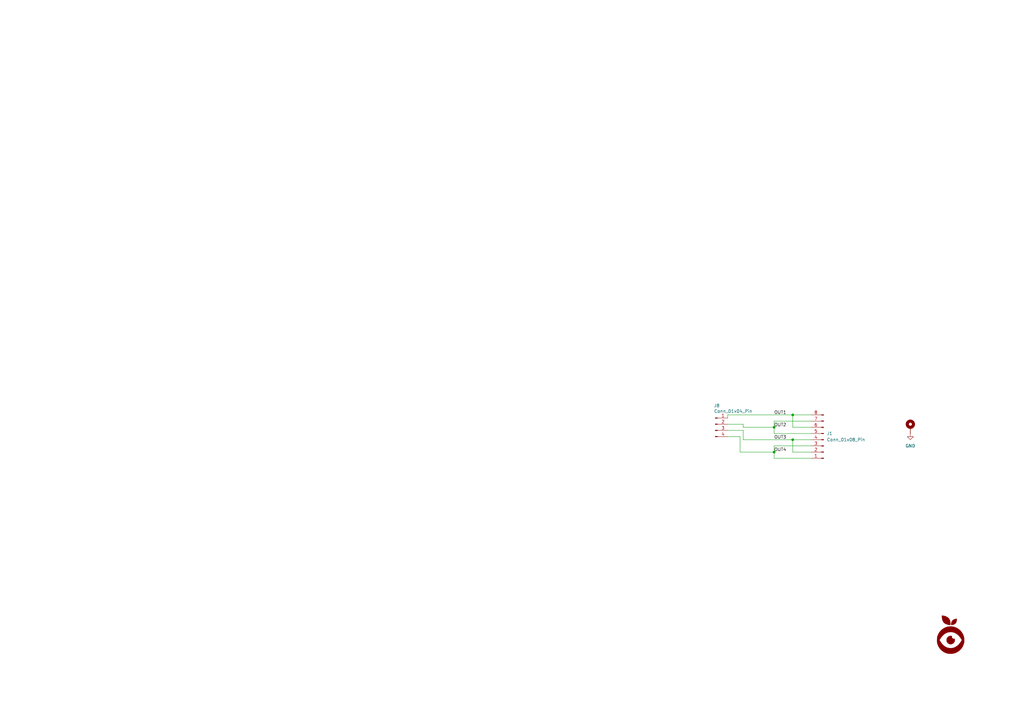
<source format=kicad_sch>
(kicad_sch (version 20231120) (generator "eeschema") (generator_version "8.0")
  (paper "A3")
  (title_block (title "RipeTap") (date "2024-07-25") (rev "V4.0.0") (company "Experience Food Quality"))
  (lib_symbols
    (symbol "Connector:Conn_01x04_Pin" (pin_names (offset 1.016) hide)
      (property "Reference" "J" (at 0 5.08 0))
      (property "Value" "Conn_01x04_Pin" (at 0 -7.62 0))
      (symbol "Conn_01x04_Pin_1_1"
        (polyline (pts (xy 1.27 -5.08) (xy 0.8636 -5.08)) (stroke (width 0.1524)))
        (polyline (pts (xy 1.27 -2.54) (xy 0.8636 -2.54)) (stroke (width 0.1524)))
        (polyline (pts (xy 1.27 0) (xy 0.8636 0)) (stroke (width 0.1524)))
        (polyline (pts (xy 1.27 2.54) (xy 0.8636 2.54)) (stroke (width 0.1524)))
        (rectangle (start 0.8636 -4.953) (end 0 -5.207) (stroke (width 0.1524)) (fill (type outline)))
        (rectangle (start 0.8636 -2.413) (end 0 -2.667) (stroke (width 0.1524)) (fill (type outline)))
        (rectangle (start 0.8636 0.127) (end 0 -0.127) (stroke (width 0.1524)) (fill (type outline)))
        (rectangle (start 0.8636 2.667) (end 0 2.413) (stroke (width 0.1524)) (fill (type outline)))
        (pin passive line (at 5.08 2.54 180) (length 3.81) (name "Pin_1") (number "1"))
        (pin passive line (at 5.08 0 180) (length 3.81) (name "Pin_2") (number "2"))
        (pin passive line (at 5.08 -2.54 180) (length 3.81) (name "Pin_3") (number "3"))
        (pin passive line (at 5.08 -5.08 180) (length 3.81) (name "Pin_4") (number "4"))
      )
    )
    (symbol "Connector:Conn_01x08_Pin" (pin_names (offset 1.016) hide)
      (property "Reference" "J" (at 0 10.16 0))
      (property "Value" "Conn_01x08_Pin" (at 0 -12.7 0))
      (symbol "Conn_01x08_Pin_1_1"
        (polyline (pts (xy 1.27 -10.16) (xy 0.8636 -10.16)) (stroke (width 0.1524)))
        (polyline (pts (xy 1.27 -7.62) (xy 0.8636 -7.62)) (stroke (width 0.1524)))
        (polyline (pts (xy 1.27 -5.08) (xy 0.8636 -5.08)) (stroke (width 0.1524)))
        (polyline (pts (xy 1.27 -2.54) (xy 0.8636 -2.54)) (stroke (width 0.1524)))
        (polyline (pts (xy 1.27 0) (xy 0.8636 0)) (stroke (width 0.1524)))
        (polyline (pts (xy 1.27 2.54) (xy 0.8636 2.54)) (stroke (width 0.1524)))
        (polyline (pts (xy 1.27 5.08) (xy 0.8636 5.08)) (stroke (width 0.1524)))
        (polyline (pts (xy 1.27 7.62) (xy 0.8636 7.62)) (stroke (width 0.1524)))
        (rectangle (start 0.8636 -10.033) (end 0 -10.287) (stroke (width 0.1524)) (fill (type outline)))
        (rectangle (start 0.8636 -7.493) (end 0 -7.747) (stroke (width 0.1524)) (fill (type outline)))
        (rectangle (start 0.8636 -4.953) (end 0 -5.207) (stroke (width 0.1524)) (fill (type outline)))
        (rectangle (start 0.8636 -2.413) (end 0 -2.667) (stroke (width 0.1524)) (fill (type outline)))
        (rectangle (start 0.8636 0.127) (end 0 -0.127) (stroke (width 0.1524)) (fill (type outline)))
        (rectangle (start 0.8636 2.667) (end 0 2.413) (stroke (width 0.1524)) (fill (type outline)))
        (rectangle (start 0.8636 5.207) (end 0 4.953) (stroke (width 0.1524)) (fill (type outline)))
        (rectangle (start 0.8636 7.747) (end 0 7.493) (stroke (width 0.1524)) (fill (type outline)))
        (pin passive line (at 5.08 7.62 180) (length 3.81) (name "Pin_1") (number "1"))
        (pin passive line (at 5.08 5.08 180) (length 3.81) (name "Pin_2") (number "2"))
        (pin passive line (at 5.08 2.54 180) (length 3.81) (name "Pin_3") (number "3"))
        (pin passive line (at 5.08 0 180) (length 3.81) (name "Pin_4") (number "4"))
        (pin passive line (at 5.08 -2.54 180) (length 3.81) (name "Pin_5") (number "5"))
        (pin passive line (at 5.08 -5.08 180) (length 3.81) (name "Pin_6") (number "6"))
        (pin passive line (at 5.08 -7.62 180) (length 3.81) (name "Pin_7") (number "7"))
        (pin passive line (at 5.08 -10.16 180) (length 3.81) (name "Pin_8") (number "8"))
      )
    )
    (symbol "Mechanical:MountingHole_Pad" (pin_numbers hide) (pin_names (offset 1.016) hide)
      (property "Reference" "H" (at 0 6.35 0))
      (property "Value" "MountingHole_Pad" (at 0 4.445 0))
      (symbol "MountingHole_Pad_0_1"
        (circle (center 0 1.27) (radius 1.27) (stroke (width 1.27)))
      )
      (symbol "MountingHole_Pad_1_1"
        (pin input line (at 0 -2.54 90) (length 2.54) (name "1") (number "1"))
      )
    )
    (symbol "logo:LOGO" (pin_names (offset 1.016))
      (symbol "LOGO_0_0"
        (polyline (pts (xy 0.6096 4.0386) (xy 0.9398 4.1148) (xy 1.2954 4.2164) (xy 1.3716 4.2418) (xy 1.8288 4.4958) (xy 2.1844 4.8768) (xy 2.413 5.3848) (xy 2.5146 5.9944) (xy 2.5654 6.5532) (xy 2.1082 6.477) (xy 1.9558 6.477) (xy 1.3716 6.2992) (xy 0.9144 6.0198) (xy 0.5588 5.6134) (xy 0.3302 5.1054) (xy 0.2286 4.4704) (xy 0.2286 4.0132) (xy 0.3556 4.0132) (xy 0.6096 4.0386)) (stroke (width 0.0254)) (fill (type outline)))
        (polyline (pts (xy -0.1016 4.064) (xy -0.0762 4.1656) (xy -0.0508 4.3688) (xy -0.0762 4.7244) (xy -0.1016 5.2324) (xy -0.2794 5.9436) (xy -0.5842 6.5278) (xy -1.016 7.0104) (xy -1.6002 7.3914) (xy -2.286 7.6708) (xy -3.1242 7.8486) (xy -3.556 7.8994) (xy -3.556 7.0104) (xy -3.4544 6.3246) (xy -3.2258 5.6896) (xy -2.921 5.1562) (xy -2.4638 4.699) (xy -2.0574 4.4704) (xy -1.5494 4.2672) (xy -0.9906 4.1148) (xy -0.7366 4.064) (xy -0.4572 4.0132) (xy -0.1778 4.0132) (xy -0.1016 4.064)) (stroke (width 0.0254)) (fill (type outline)))
        (polyline (pts (xy 0.5334 -3.81) (xy 0.9652 -3.6068) (xy 1.3462 -3.2766) (xy 1.6002 -2.8448) (xy 1.7272 -2.3622) (xy 1.7272 -1.8796) (xy 1.6764 -1.7018) (xy 1.6002 -1.6256) (xy 1.4224 -1.651) (xy 1.3716 -1.651) (xy 1.0668 -1.6256) (xy 0.7874 -1.4732) (xy 0.5842 -1.2446) (xy 0.5334 -1.0414) (xy 0.5334 -0.8128) (xy 0.5588 -0.6096) (xy 0.508 -0.5334) (xy 0.3302 -0.4826) (xy -0.1524 -0.4572) (xy -0.635 -0.5842) (xy -1.0668 -0.8382) (xy -1.397 -1.1938) (xy -1.5748 -1.5494) (xy -1.6764 -2.0574) (xy -1.651 -2.5654) (xy -1.4732 -3.0226) (xy -1.1684 -3.4036) (xy -0.762 -3.7084) (xy -0.4572 -3.81) (xy 0.0254 -3.8862) (xy 0.5334 -3.81)) (stroke (width 0.0254)) (fill (type outline)))
        (polyline (pts (xy 0.8636 -7.7216) (xy 1.27 -7.6708) (xy 2.0066 -7.4422) (xy 2.8702 -7.0104) (xy 3.6322 -6.477) (xy 4.2926 -5.8166) (xy 4.826 -5.08) (xy 5.2324 -4.2418) (xy 5.5118 -3.3274) (xy 5.5372 -3.2004) (xy 5.5626 -2.6416) (xy 5.5626 -2.0574) (xy 5.5372 -1.4478) (xy 5.461 -0.8636) (xy 5.334 -0.4318) (xy 5.0546 0.2286) (xy 4.572 1.0414) (xy 3.9878 1.7526) (xy 3.302 2.3368) (xy 2.5146 2.8194) (xy 1.7018 3.1496) (xy 0.8128 3.3782) (xy -0.0762 3.429) (xy -1.016 3.3528) (xy -1.9304 3.0988) (xy -2.2098 2.9718) (xy -3.048 2.54) (xy -3.7846 1.9558) (xy -4.445 1.2446) (xy -4.953 0.4572) (xy -5.334 -0.4318) (xy -5.3594 -0.4318) (xy -5.4864 -0.9652) (xy -5.5626 -1.5748) (xy -5.5626 -2.1844) (xy -4.572 -2.1844) (xy -4.3942 -1.8796) (xy -3.7846 -0.9652) (xy -3.175 -0.254) (xy -2.4892 0.3302) (xy -2.159 0.5334) (xy -1.397 0.889) (xy -0.6096 1.0922) (xy 0.1778 1.143) (xy 0.9652 1.0414) (xy 1.7526 0.762) (xy 2.4638 0.3556) (xy 3.1496 -0.2032) (xy 3.3528 -0.4064) (xy 3.6322 -0.7366) (xy 3.9116 -1.0922) (xy 4.1656 -1.4478) (xy 4.3688 -1.7526) (xy 4.5212 -2.0066) (xy 4.572 -2.159) (xy 4.572 -2.1844) (xy 4.4958 -2.3622) (xy 4.3434 -2.6162) (xy 4.1402 -2.9464) (xy 3.8862 -3.302) (xy 3.6068 -3.6322) (xy 3.3528 -3.9624) (xy 3.2258 -4.0894) (xy 2.7178 -4.5212) (xy 2.159 -4.9022) (xy 1.6002 -5.1816) (xy 1.0668 -5.3848) (xy 0.7112 -5.4356) (xy -0.127 -5.4864) (xy -0.9398 -5.3848) (xy -1.7018 -5.1308) (xy -1.9304 -5.0292) (xy -2.54 -4.6482) (xy -3.1496 -4.1148) (xy -3.7338 -3.4544) (xy -4.2418 -2.6924) (xy -4.572 -2.1844) (xy -5.5626 -2.1844) (xy -5.588 -2.2606) (xy -5.5626 -2.921) (xy -5.4864 -3.4798) (xy -5.2832 -4.1148) (xy -4.9022 -4.9276) (xy -4.3942 -5.6896) (xy -3.7592 -6.35) (xy -3.048 -6.9342) (xy -2.2352 -7.366) (xy -1.397 -7.6454) (xy -1.2192 -7.6962) (xy -0.7366 -7.747) (xy -0.2032 -7.7724) (xy 0.3556 -7.7724) (xy 0.8636 -7.7216)) (stroke (width 0.0254)) (fill (type outline)))
      )
    )
    (symbol "power:GND" (power) (pin_numbers hide) (pin_names (offset 0) hide)
      (property "Value" "GND" (at 0 -3.81 0))
      (symbol "GND_0_1"
        (polyline (pts (xy 0 0) (xy 0 -1.27) (xy 1.27 -1.27) (xy 0 -2.54) (xy -1.27 -1.27) (xy 0 -1.27)))
      )
      (symbol "GND_1_1"
        (pin power_in line (at 0 0 270) (length 0) (name "~") (number "1"))
      )
    )
  )
  (junction (at 325.12 170.18))
  (junction (at 325.12 180.34))
  (junction (at 317.5 175.26))
  (junction (at 317.5 185.42))
  (wire (pts (xy 332.74 182.88) (xy 317.5 182.88)))
  (wire (pts (xy 298.45 173.99) (xy 304.8 173.99)))
  (wire (pts (xy 332.74 185.42) (xy 325.12 185.42)))
  (wire (pts (xy 317.5 177.8) (xy 317.5 175.26)))
  (wire (pts (xy 317.5 172.72) (xy 317.5 175.26)))
  (wire (pts (xy 298.45 179.07) (xy 303.53 179.07)))
  (wire (pts (xy 332.74 175.26) (xy 325.12 175.26)))
  (wire (pts (xy 332.74 187.96) (xy 317.5 187.96)))
  (wire (pts (xy 317.5 187.96) (xy 317.5 185.42)))
  (wire (pts (xy 298.45 176.53) (xy 304.8 176.53)))
  (wire (pts (xy 332.74 172.72) (xy 317.5 172.72)))
  (wire (pts (xy 317.5 182.88) (xy 317.5 185.42)))
  (wire (pts (xy 325.12 170.18) (xy 332.74 170.18)))
  (wire (pts (xy 304.8 173.99) (xy 304.8 175.26)))
  (wire (pts (xy 332.74 177.8) (xy 317.5 177.8)))
  (wire (pts (xy 303.53 185.42) (xy 317.5 185.42)))
  (wire (pts (xy 303.53 179.07) (xy 303.53 185.42)))
  (wire (pts (xy 325.12 180.34) (xy 332.74 180.34)))
  (wire (pts (xy 304.8 180.34) (xy 325.12 180.34)))
  (wire (pts (xy 298.45 170.18) (xy 298.45 171.45)))
  (wire (pts (xy 325.12 175.26) (xy 325.12 170.18)))
  (wire (pts (xy 325.12 185.42) (xy 325.12 180.34)))
  (wire (pts (xy 298.45 170.18) (xy 325.12 170.18)))
  (wire (pts (xy 304.8 176.53) (xy 304.8 180.34)))
  (wire (pts (xy 304.8 175.26) (xy 317.5 175.26)))
  (label "OUT2" (at 317.5 175.26 0))
  (label "OUT3" (at 317.5 180.34 0))
  (label "OUT4" (at 317.5 185.42 0))
  (label "OUT1" (at 317.5 170.18 0))
  (symbol (lib_id "Mechanical:MountingHole_Pad") (at 373.38 175.26 0) (unit 1)
    (property "Reference" "P8" (effects (hide yes)))
    (property "Value" "hole" (effects (hide yes)))
    (property "Footprint" "MountingHole:MountingHole_3.2mm_M3_DIN965_Pad" (effects (hide yes)))
  )
  (symbol (lib_id "logo:LOGO") (at 389.89 260.35 0) (unit 1)
    (property "Reference" "G1" (effects (hide yes)))
    (property "Value" "LOGO" (effects (hide yes)))
    (property "Footprint" "guacamoletron:logo" (effects (hide yes)))
  )
  (symbol (lib_id "power:GND") (at 373.38 177.8 0) (unit 1)
    (property "Reference" "#PWR01" (effects (hide yes)))
    (property "Value" "GND" (at 373.38 182.88 0))
    (property "Description" "Power symbol creates a global label with name \"GND\" , ground" (effects (hide yes)))
  )
  (symbol (lib_id "Connector:Conn_01x04_Pin") (at 293.37 173.99 0) (unit 1)
    (property "Reference" "J8" (at 294.005 166.37 0))
    (property "Value" "Conn_01x04_Pin" (at 300.736 168.656 0))
    (property "Footprint" "Connector:NS-Tech_Grove_1x04_P2mm_Vertical" (effects (hide yes)))
    (property "Description" "Generic connector, single row, 01x04, script generated" (effects (hide yes)))
  )
  (symbol (lib_id "Connector:Conn_01x08_Pin") (at 337.82 180.34 180) (unit 1)
    (property "Reference" "J1" (at 339.09 177.7999 0) (effects (justify right)))
    (property "Value" "Conn_01x08_Pin" (at 339.09 180.3399 0) (effects (justify right)))
    (property "Footprint" "Connector_PinHeader_2.54mm:PinHeader_1x08_P2.54mm_Vertical_SMD_Pin1Right" (effects (hide yes)))
    (property "Description" "Generic connector, single row, 01x08, script generated" (effects (hide yes)))
  )
)
</source>
